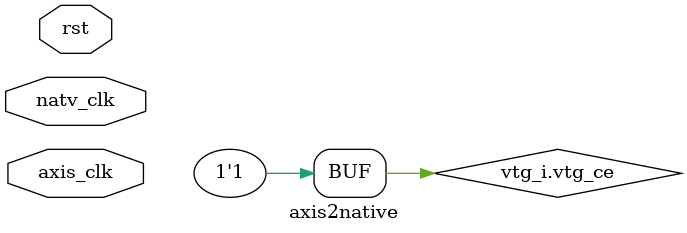
<source format=sv>

module axis2native
#(
   parameter               DWID       = 24,
   parameter               BUF_AWID   = 12,
   parameter               VTG_MASTER = "true"
)
(
   input                   rst,
   input                   axis_clk,
   input                   natv_clk,

   if_axi_stream.slave     axis_i,
   if_native_stream.slave  vtg_i,

   if_native_stream.master natv_o
);

//*****************************************************************************
// Signals
//*****************************************************************************
reg                 vtg_gen;
reg                 aligned;
reg                 wait_sync = 1;
wire                vtg_sof;
wire [BUF_AWID-1:0] wrlevel;
wire [BUF_AWID-1:0] rdlevel;
wire                rden;
wire [DWID-1:0]     fifo_tdata;
wire                fifo_tlast;
wire                fifo_tuser;
reg                 vblank_r;
reg                 hblank_r;
reg  [2:0]          init_cnt;

//*****************************************************************************
// Processes
//*****************************************************************************
generate
   if(VTG_MASTER == "true")
   begin
      assign vtg_i.vtg_ce  = 1'b1;
      assign axis_i.tready = ~&wrlevel[BUF_AWID-1-:3];
   end
   else
   begin
      assign vtg_i.vtg_ce  = vtg_gen;
      assign axis_i.tready = 1'b1;
   end
endgenerate

// Buffer read
assign rden = |rdlevel && (((vtg_i.active || !vtg_gen) && aligned) || wait_sync);

always @(posedge natv_clk)
begin
   hblank_r <= vtg_i.hblank;
   if(hblank_r && !vtg_i.hblank)
      vblank_r <= vtg_i.vblank;
end

assign vtg_sof = vblank_r && !vtg_i.vblank && hblank_r && !vtg_i.hblank;

generate
   if(VTG_MASTER == "true")
   begin
      always @(posedge natv_clk)
      begin
         vtg_gen <= 1'b1;

         if(rst)
            wait_sync <= 1'b1;
         else if(fifo_tuser && rden && init_cnt >= 6)
            wait_sync <= 1'b0;

         if(rst)
            init_cnt <= 0;
         else if(fifo_tuser && rden)
            init_cnt <= init_cnt + ~init_cnt;

         if(wait_sync)
            aligned <= 1'b0;
         else if(!wait_sync && vtg_sof)
            aligned <= 1'b1;
      end
   end
   else
   begin
      always @(posedge natv_clk)
      begin
         aligned <= 1'b1;
         wait_sync <= 1'b0;
         if(fifo_tuser)
            vtg_gen <= 1'b1;
         else if(vtg_sof)
            vtg_gen <= 1'b0;
      end
   end
endgenerate

always @(posedge natv_clk)
begin
   natv_o.data   <= fifo_tdata;
   natv_o.hsync  <= vtg_i.hsync;
   natv_o.vsync  <= vtg_i.vsync;
   natv_o.active <= rden;
   natv_o.hblank <= vtg_i.hblank;
   natv_o.vblank <= vtg_i.vblank;
   natv_o.fid    <= vtg_i.fid;
   natv_o.ppl    <= vtg_i.ppl;
   natv_o.lpf    <= vtg_i.lpf;
end

fifo
#(
   .DWID   ( DWID + 2 ),
   .AWID   ( BUF_AWID ),
   .SYNC   ( "false" )
)
u_fifo
(
   .RST    ( rst ),
   .WRCLK  ( axis_clk ),
   .WRENA  ( axis_i.tvalid && axis_i.tready ),
   .WRDAT  ( {axis_i.tuser, axis_i.tlast, axis_i.tdata} ),
   .WRLEV  ( wrlevel ),

   .RDCLK  ( natv_clk),
   .RDENA  ( rden ),
   .RDDAT  ( {fifo_tuser, fifo_tlast, fifo_tdata}),
   .RDLEV  ( rdlevel )
);

endmodule

</source>
